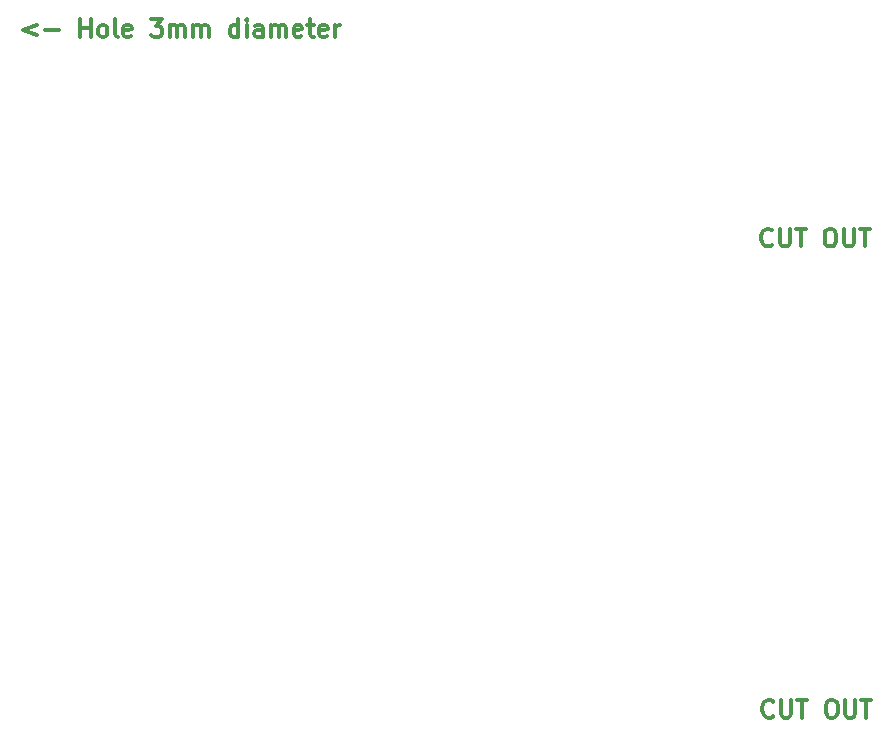
<source format=gbr>
G04 #@! TF.FileFunction,Other,Comment*
%FSLAX46Y46*%
G04 Gerber Fmt 4.6, Leading zero omitted, Abs format (unit mm)*
G04 Created by KiCad (PCBNEW 4.0.1-stable) date 12/11/2016 23:12:02*
%MOMM*%
G01*
G04 APERTURE LIST*
%ADD10C,0.100000*%
%ADD11C,0.300000*%
G04 APERTURE END LIST*
D10*
D11*
X29821429Y85321429D02*
X28678572Y84892857D01*
X29821429Y84464286D01*
X30535715Y84892857D02*
X31678572Y84892857D01*
X33535715Y84321429D02*
X33535715Y85821429D01*
X33535715Y85107143D02*
X34392858Y85107143D01*
X34392858Y84321429D02*
X34392858Y85821429D01*
X35321430Y84321429D02*
X35178572Y84392857D01*
X35107144Y84464286D01*
X35035715Y84607143D01*
X35035715Y85035714D01*
X35107144Y85178571D01*
X35178572Y85250000D01*
X35321430Y85321429D01*
X35535715Y85321429D01*
X35678572Y85250000D01*
X35750001Y85178571D01*
X35821430Y85035714D01*
X35821430Y84607143D01*
X35750001Y84464286D01*
X35678572Y84392857D01*
X35535715Y84321429D01*
X35321430Y84321429D01*
X36678573Y84321429D02*
X36535715Y84392857D01*
X36464287Y84535714D01*
X36464287Y85821429D01*
X37821429Y84392857D02*
X37678572Y84321429D01*
X37392858Y84321429D01*
X37250001Y84392857D01*
X37178572Y84535714D01*
X37178572Y85107143D01*
X37250001Y85250000D01*
X37392858Y85321429D01*
X37678572Y85321429D01*
X37821429Y85250000D01*
X37892858Y85107143D01*
X37892858Y84964286D01*
X37178572Y84821429D01*
X39535715Y85821429D02*
X40464286Y85821429D01*
X39964286Y85250000D01*
X40178572Y85250000D01*
X40321429Y85178571D01*
X40392858Y85107143D01*
X40464286Y84964286D01*
X40464286Y84607143D01*
X40392858Y84464286D01*
X40321429Y84392857D01*
X40178572Y84321429D01*
X39750000Y84321429D01*
X39607143Y84392857D01*
X39535715Y84464286D01*
X41107143Y84321429D02*
X41107143Y85321429D01*
X41107143Y85178571D02*
X41178571Y85250000D01*
X41321429Y85321429D01*
X41535714Y85321429D01*
X41678571Y85250000D01*
X41750000Y85107143D01*
X41750000Y84321429D01*
X41750000Y85107143D02*
X41821429Y85250000D01*
X41964286Y85321429D01*
X42178571Y85321429D01*
X42321429Y85250000D01*
X42392857Y85107143D01*
X42392857Y84321429D01*
X43107143Y84321429D02*
X43107143Y85321429D01*
X43107143Y85178571D02*
X43178571Y85250000D01*
X43321429Y85321429D01*
X43535714Y85321429D01*
X43678571Y85250000D01*
X43750000Y85107143D01*
X43750000Y84321429D01*
X43750000Y85107143D02*
X43821429Y85250000D01*
X43964286Y85321429D01*
X44178571Y85321429D01*
X44321429Y85250000D01*
X44392857Y85107143D01*
X44392857Y84321429D01*
X46892857Y84321429D02*
X46892857Y85821429D01*
X46892857Y84392857D02*
X46750000Y84321429D01*
X46464286Y84321429D01*
X46321428Y84392857D01*
X46250000Y84464286D01*
X46178571Y84607143D01*
X46178571Y85035714D01*
X46250000Y85178571D01*
X46321428Y85250000D01*
X46464286Y85321429D01*
X46750000Y85321429D01*
X46892857Y85250000D01*
X47607143Y84321429D02*
X47607143Y85321429D01*
X47607143Y85821429D02*
X47535714Y85750000D01*
X47607143Y85678571D01*
X47678571Y85750000D01*
X47607143Y85821429D01*
X47607143Y85678571D01*
X48964286Y84321429D02*
X48964286Y85107143D01*
X48892857Y85250000D01*
X48750000Y85321429D01*
X48464286Y85321429D01*
X48321429Y85250000D01*
X48964286Y84392857D02*
X48821429Y84321429D01*
X48464286Y84321429D01*
X48321429Y84392857D01*
X48250000Y84535714D01*
X48250000Y84678571D01*
X48321429Y84821429D01*
X48464286Y84892857D01*
X48821429Y84892857D01*
X48964286Y84964286D01*
X49678572Y84321429D02*
X49678572Y85321429D01*
X49678572Y85178571D02*
X49750000Y85250000D01*
X49892858Y85321429D01*
X50107143Y85321429D01*
X50250000Y85250000D01*
X50321429Y85107143D01*
X50321429Y84321429D01*
X50321429Y85107143D02*
X50392858Y85250000D01*
X50535715Y85321429D01*
X50750000Y85321429D01*
X50892858Y85250000D01*
X50964286Y85107143D01*
X50964286Y84321429D01*
X52250000Y84392857D02*
X52107143Y84321429D01*
X51821429Y84321429D01*
X51678572Y84392857D01*
X51607143Y84535714D01*
X51607143Y85107143D01*
X51678572Y85250000D01*
X51821429Y85321429D01*
X52107143Y85321429D01*
X52250000Y85250000D01*
X52321429Y85107143D01*
X52321429Y84964286D01*
X51607143Y84821429D01*
X52750000Y85321429D02*
X53321429Y85321429D01*
X52964286Y85821429D02*
X52964286Y84535714D01*
X53035714Y84392857D01*
X53178572Y84321429D01*
X53321429Y84321429D01*
X54392857Y84392857D02*
X54250000Y84321429D01*
X53964286Y84321429D01*
X53821429Y84392857D01*
X53750000Y84535714D01*
X53750000Y85107143D01*
X53821429Y85250000D01*
X53964286Y85321429D01*
X54250000Y85321429D01*
X54392857Y85250000D01*
X54464286Y85107143D01*
X54464286Y84964286D01*
X53750000Y84821429D01*
X55107143Y84321429D02*
X55107143Y85321429D01*
X55107143Y85035714D02*
X55178571Y85178571D01*
X55250000Y85250000D01*
X55392857Y85321429D01*
X55535714Y85321429D01*
X92106857Y66735286D02*
X92035428Y66663857D01*
X91821142Y66592429D01*
X91678285Y66592429D01*
X91464000Y66663857D01*
X91321142Y66806714D01*
X91249714Y66949571D01*
X91178285Y67235286D01*
X91178285Y67449571D01*
X91249714Y67735286D01*
X91321142Y67878143D01*
X91464000Y68021000D01*
X91678285Y68092429D01*
X91821142Y68092429D01*
X92035428Y68021000D01*
X92106857Y67949571D01*
X92749714Y68092429D02*
X92749714Y66878143D01*
X92821142Y66735286D01*
X92892571Y66663857D01*
X93035428Y66592429D01*
X93321142Y66592429D01*
X93464000Y66663857D01*
X93535428Y66735286D01*
X93606857Y66878143D01*
X93606857Y68092429D01*
X94106857Y68092429D02*
X94964000Y68092429D01*
X94535429Y66592429D02*
X94535429Y68092429D01*
X96892571Y68092429D02*
X97178285Y68092429D01*
X97321143Y68021000D01*
X97464000Y67878143D01*
X97535428Y67592429D01*
X97535428Y67092429D01*
X97464000Y66806714D01*
X97321143Y66663857D01*
X97178285Y66592429D01*
X96892571Y66592429D01*
X96749714Y66663857D01*
X96606857Y66806714D01*
X96535428Y67092429D01*
X96535428Y67592429D01*
X96606857Y67878143D01*
X96749714Y68021000D01*
X96892571Y68092429D01*
X98178286Y68092429D02*
X98178286Y66878143D01*
X98249714Y66735286D01*
X98321143Y66663857D01*
X98464000Y66592429D01*
X98749714Y66592429D01*
X98892572Y66663857D01*
X98964000Y66735286D01*
X99035429Y66878143D01*
X99035429Y68092429D01*
X99535429Y68092429D02*
X100392572Y68092429D01*
X99964001Y66592429D02*
X99964001Y68092429D01*
X92206857Y26835286D02*
X92135428Y26763857D01*
X91921142Y26692429D01*
X91778285Y26692429D01*
X91564000Y26763857D01*
X91421142Y26906714D01*
X91349714Y27049571D01*
X91278285Y27335286D01*
X91278285Y27549571D01*
X91349714Y27835286D01*
X91421142Y27978143D01*
X91564000Y28121000D01*
X91778285Y28192429D01*
X91921142Y28192429D01*
X92135428Y28121000D01*
X92206857Y28049571D01*
X92849714Y28192429D02*
X92849714Y26978143D01*
X92921142Y26835286D01*
X92992571Y26763857D01*
X93135428Y26692429D01*
X93421142Y26692429D01*
X93564000Y26763857D01*
X93635428Y26835286D01*
X93706857Y26978143D01*
X93706857Y28192429D01*
X94206857Y28192429D02*
X95064000Y28192429D01*
X94635429Y26692429D02*
X94635429Y28192429D01*
X96992571Y28192429D02*
X97278285Y28192429D01*
X97421143Y28121000D01*
X97564000Y27978143D01*
X97635428Y27692429D01*
X97635428Y27192429D01*
X97564000Y26906714D01*
X97421143Y26763857D01*
X97278285Y26692429D01*
X96992571Y26692429D01*
X96849714Y26763857D01*
X96706857Y26906714D01*
X96635428Y27192429D01*
X96635428Y27692429D01*
X96706857Y27978143D01*
X96849714Y28121000D01*
X96992571Y28192429D01*
X98278286Y28192429D02*
X98278286Y26978143D01*
X98349714Y26835286D01*
X98421143Y26763857D01*
X98564000Y26692429D01*
X98849714Y26692429D01*
X98992572Y26763857D01*
X99064000Y26835286D01*
X99135429Y26978143D01*
X99135429Y28192429D01*
X99635429Y28192429D02*
X100492572Y28192429D01*
X100064001Y26692429D02*
X100064001Y28192429D01*
M02*

</source>
